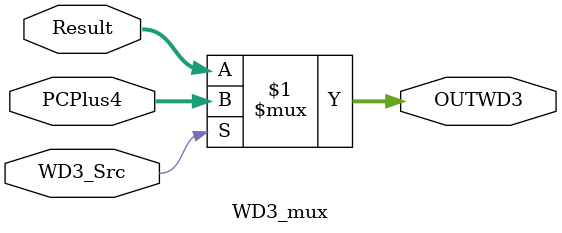
<source format=v>
module WD3_mux (input  [31:0] PCPlus4,Result,input WD3_Src,output [31:0] OUTWD3);
     assign OUTWD3 = WD3_Src ? PCPlus4:Result;
endmodule


</source>
